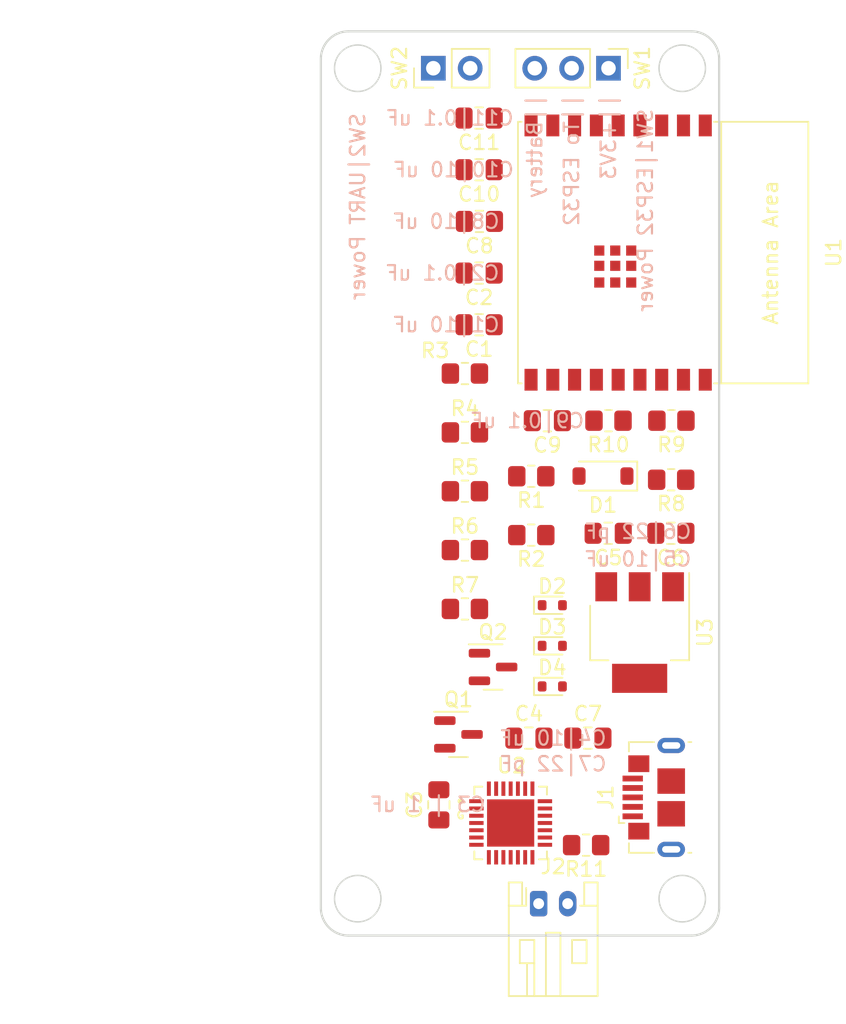
<source format=kicad_pcb>
(kicad_pcb (version 20221018) (generator pcbnew)
  (layers (0 "F.Cu" signal) (31 "B.Cu" signal) (34 "B.Paste" user) (35 "F.Paste" user) (36 "B.SilkS" user "B.Silkscreen") (37 "F.SilkS" user "F.Silkscreen") (38 "B.Mask" user) (39 "F.Mask" user) (44 "Edge.Cuts" user))
  (net 0 "")
  (net 1 "GND")
  (net 2 "+3V3")
  (net 3 "Net-(Q1-C)")
  (net 4 "Net-(D1-A)")
  (net 5 "Net-(U2-GPIO.0{slash}TXT)")
  (net 6 "Net-(U2-GPIO.1{slash}RXT)")
  (net 7 "+5V")
  (net 8 "Net-(D3-A)")
  (net 9 "Net-(D4-A)")
  (net 12 "Net-(Q1-B)")
  (net 13 "Net-(Q1-E)")
  (net 14 "Net-(Q2-B)")
  (net 15 "Net-(Q2-E)")
  (net 16 "Net-(Q2-C)")
  (net 17 "Net-(U1-GPIO8)")
  (net 18 "Net-(U2-~{RST})")
  (net 19 "Net-(U2-~{SUSPEND})")
  (net 20 "Net-(U1-GPIO19{slash}USB_D+)")
  (net 21 "Net-(U1-GPIO18{slash}USB_D-)")
  (net 24 "PowerToESP32")
  (net 25 "Net-(J2-Pin_2)")
  (net 51 "SDA")
  (net 52 "SCL")
  (net 53 "Net-(U2-VDD)")
  (footprint "Capacitor_SMD:C_0805_2012Metric_Pad1.18x1.45mm_HandSolder" (layer "F.Cu") (at 88.8785 57.404 180)
    (fp_text reference "C11" (at 0 -1.68) (layer "F.SilkS"))
    (fp_text value "0.1 uF")
    (fp_line (start -0.261252 -0.735) (end 0.261252 -0.735) (stroke (width 0.12)) (layer "F.SilkS"))
    (fp_line (start -0.261252 0.735) (end 0.261252 0.735) (stroke (width 0.12)) (layer "F.SilkS"))
    (pad "1" smd roundrect (at -1.0375 0 180) (size 1.175 1.45) (layers "F.Cu" "F.Paste" "F.Mask") (roundrect_rratio 0.212766) (net 2 "+3V3"))
    (pad "2" smd roundrect (at 1.0375 0 180) (size 1.175 1.45) (layers "F.Cu" "F.Paste" "F.Mask") (roundrect_rratio 0.212766) (net 1 "GND"))
  )
  (footprint "Package_TO_SOT_SMD:SOT-23" (layer "F.Cu") (at 89.8375 95.184)
    (fp_text reference "Q2" (at 0 -2.4) (layer "F.SilkS"))
    (fp_text value "BC818")
    (fp_line (start 0 -1.56) (end -1.675 -1.56) (stroke (width 0.12)) (layer "F.SilkS"))
    (fp_line (start 0 -1.56) (end 0.65 -1.56) (stroke (width 0.12)) (layer "F.SilkS"))
    (fp_line (start 0 1.56) (end -0.65 1.56) (stroke (width 0.12)) (layer "F.SilkS"))
    (fp_line (start 0 1.56) (end 0.65 1.56) (stroke (width 0.12)) (layer "F.SilkS"))
    (pad "1" smd roundrect (at -0.9375 -0.95) (size 1.475 0.6) (layers "F.Cu" "F.Paste" "F.Mask") (net 14 "Net-(Q2-B)"))
    (pad "2" smd roundrect (at -0.9375 0.95) (size 1.475 0.6) (layers "F.Cu" "F.Paste" "F.Mask") (net 15 "Net-(Q2-E)"))
    (pad "3" smd roundrect (at 0.9375 0) (size 1.475 0.6) (layers "F.Cu" "F.Paste" "F.Mask") (net 16 "Net-(Q2-C)"))
  )
  (footprint "Resistor_SMD:R_0805_2012Metric_Pad1.20x1.40mm_HandSolder" (layer "F.Cu") (at 87.9 79.036)
    (fp_text reference "R4" (at 0 -1.65) (layer "F.SilkS"))
    (fp_text value "1k")
    (fp_line (start -0.227064 -0.735) (end 0.227064 -0.735) (stroke (width 0.12)) (layer "F.SilkS"))
    (fp_line (start -0.227064 0.735) (end 0.227064 0.735) (stroke (width 0.12)) (layer "F.SilkS"))
    (pad "1" smd roundrect (at -1 0) (size 1.2 1.4) (layers "F.Cu" "F.Paste" "F.Mask") (roundrect_rratio 0.208333) (net 53 "Net-(U2-VDD)"))
    (pad "2" smd roundrect (at 1 0) (size 1.2 1.4) (layers "F.Cu" "F.Paste" "F.Mask") (roundrect_rratio 0.208333) (net 18 "Net-(U2-~{RST})"))
  )
  (footprint "Resistor_SMD:R_0805_2012Metric_Pad1.20x1.40mm_HandSolder" (layer "F.Cu") (at 92.472 86.106 180)
    (fp_text reference "R2" (at 0 -1.65) (layer "F.SilkS"))
    (fp_text value "10k")
    (fp_line (start -0.227064 -0.735) (end 0.227064 -0.735) (stroke (width 0.12)) (layer "F.SilkS"))
    (fp_line (start -0.227064 0.735) (end 0.227064 0.735) (stroke (width 0.12)) (layer "F.SilkS"))
    (pad "1" smd roundrect (at -1 0 180) (size 1.2 1.4) (layers "F.Cu" "F.Paste" "F.Mask") (roundrect_rratio 0.208333) (net 17 "Net-(U1-GPIO8)"))
    (pad "2" smd roundrect (at 1 0 180) (size 1.2 1.4) (layers "F.Cu" "F.Paste" "F.Mask") (roundrect_rratio 0.208333) (net 2 "+3V3"))
  )
  (footprint "Connector_PinHeader_2.54mm:PinHeader_1x03_P2.54mm_Vertical" (layer "F.Cu") (at 97.79 53.975 -90)
    (fp_text reference "SW1" (at 0 -2.33 90) (layer "F.SilkS"))
    (fp_text value "SW_DPDT_x2")
    (fp_line (start -1.33 -1.33) (end 0 -1.33) (stroke (width 0.12)) (layer "F.SilkS"))
    (fp_line (start -1.33 0) (end -1.33 -1.33) (stroke (width 0.12)) (layer "F.SilkS"))
    (fp_line (start -1.33 1.27) (end -1.33 6.41) (stroke (width 0.12)) (layer "F.SilkS"))
    (fp_line (start -1.33 1.27) (end 1.33 1.27) (stroke (width 0.12)) (layer "F.SilkS"))
    (fp_line (start -1.33 6.41) (end 1.33 6.41) (stroke (width 0.12)) (layer "F.SilkS"))
    (fp_line (start 1.33 1.27) (end 1.33 6.41) (stroke (width 0.12)) (layer "F.SilkS"))
    (pad "1" thru_hole rect (at 0 0 270) (size 1.7 1.7) (drill 1) (layers "*.Cu" "*.Mask") (net 2 "+3V3"))
    (pad "2" thru_hole oval (at 0 2.54 270) (size 1.7 1.7) (drill 1) (layers "*.Cu" "*.Mask") (net 24 "PowerToESP32"))
    (pad "3" thru_hole oval (at 0 5.08 270) (size 1.7 1.7) (drill 1) (layers "*.Cu" "*.Mask") (net 25 "Net-(J2-Pin_2)"))
  )
  (footprint "Connector_JST:JST_PH_S2B-PH-K_1x02_P2.00mm_Horizontal" (layer "F.Cu") (at 92.98 111.469)
    (fp_text reference "J2" (at 1 -2.55) (layer "F.SilkS"))
    (fp_text value "Battery_Connector")
    (fp_line (start -2.06 -1.46) (end -2.06 6.36) (stroke (width 0.12)) (layer "F.SilkS"))
    (fp_line (start -2.06 0.14) (end -1.14 0.14) (stroke (width 0.12)) (layer "F.SilkS"))
    (fp_line (start -2.06 6.36) (end 4.06 6.36) (stroke (width 0.12)) (layer "F.SilkS"))
    (fp_line (start -1.3 2.5) (end -1.3 4.1) (stroke (width 0.12)) (layer "F.SilkS"))
    (fp_line (start -1.3 4.1) (end -0.3 4.1) (stroke (width 0.12)) (layer "F.SilkS"))
    (fp_line (start -1.14 -1.46) (end -2.06 -1.46) (stroke (width 0.12)) (layer "F.SilkS"))
    (fp_line (start -1.14 0.14) (end -1.14 -1.46) (stroke (width 0.12)) (layer "F.SilkS"))
    (fp_line (start -0.86 0.14) (end -1.14 0.14) (stroke (width 0.12)) (layer "F.SilkS"))
    (fp_line (start -0.86 0.14) (end -0.86 -1.075) (stroke (width 0.12)) (layer "F.SilkS"))
    (fp_line (start -0.8 4.1) (end -0.8 6.36) (stroke (width 0.12)) (layer "F.SilkS"))
    (fp_line (start -0.3 2.5) (end -1.3 2.5) (stroke (width 0.12)) (layer "F.SilkS"))
    (fp_line (start -0.3 4.1) (end -0.3 2.5) (stroke (width 0.12)) (layer "F.SilkS"))
    (fp_line (start -0.3 4.1) (end -0.3 6.36) (stroke (width 0.12)) (layer "F.SilkS"))
    (fp_line (start 0.5 2) (end 1.5 2) (stroke (width 0.12)) (layer "F.SilkS"))
    (fp_line (start 0.5 6.36) (end 0.5 2) (stroke (width 0.12)) (layer "F.SilkS"))
    (fp_line (start 1.5 2) (end 1.5 6.36) (stroke (width 0.12)) (layer "F.SilkS"))
    (fp_line (start 2.3 2.5) (end 3.3 2.5) (stroke (width 0.12)) (layer "F.SilkS"))
    (fp_line (start 2.3 4.1) (end 2.3 2.5) (stroke (width 0.12)) (layer "F.SilkS"))
    (fp_line (start 3.14 -1.46) (end 3.14 0.14) (stroke (width 0.12)) (layer "F.SilkS"))
    (fp_line (start 3.14 0.14) (end 2.86 0.14) (stroke (width 0.12)) (layer "F.SilkS"))
    (fp_line (start 3.3 2.5) (end 3.3 4.1) (stroke (width 0.12)) (layer "F.SilkS"))
    (fp_line (start 3.3 4.1) (end 2.3 4.1) (stroke (width 0.12)) (layer "F.SilkS"))
    (fp_line (start 4.06 -1.46) (end 3.14 -1.46) (stroke (width 0.12)) (layer "F.SilkS"))
    (fp_line (start 4.06 0.14) (end 3.14 0.14) (stroke (width 0.12)) (layer "F.SilkS"))
    (fp_line (start 4.06 6.36) (end 4.06 -1.46) (stroke (width 0.12)) (layer "F.SilkS"))
    (pad "1" thru_hole roundrect (at 0 0) (size 1.2 1.75) (drill 0.75) (layers "*.Cu" "*.Mask") (roundrect_rratio 0.208333) (net 1 "GND"))
    (pad "2" thru_hole oval (at 2 0) (size 1.2 1.75) (drill 0.75) (layers "*.Cu" "*.Mask") (net 25 "Net-(J2-Pin_2)"))
  )
  (footprint "Capacitor_SMD:C_0805_2012Metric_Pad1.18x1.45mm_HandSolder" (layer "F.Cu") (at 88.8785 68.072 180)
    (fp_text reference "C2" (at 0 -1.68) (layer "F.SilkS"))
    (fp_text value "0.1 uF")
    (fp_line (start -0.261252 -0.735) (end 0.261252 -0.735) (stroke (width 0.12)) (layer "F.SilkS"))
    (fp_line (start -0.261252 0.735) (end 0.261252 0.735) (stroke (width 0.12)) (layer "F.SilkS"))
    (pad "1" smd roundrect (at -1.0375 0 180) (size 1.175 1.45) (layers "F.Cu" "F.Paste" "F.Mask") (roundrect_rratio 0.212766) (net 1 "GND"))
    (pad "2" smd roundrect (at 1.0375 0 180) (size 1.175 1.45) (layers "F.Cu" "F.Paste" "F.Mask") (roundrect_rratio 0.212766) (net 24 "PowerToESP32"))
  )
  (footprint "Capacitor_SMD:C_0805_2012Metric_Pad1.18x1.45mm_HandSolder" (layer "F.Cu") (at 88.8785 71.628 180)
    (fp_text reference "C1" (at 0 -1.68 180) (layer "F.SilkS"))
    (fp_text value "10 uF")
    (fp_line (start -0.261252 -0.735) (end 0.261252 -0.735) (stroke (width 0.12)) (layer "F.SilkS"))
    (fp_line (start -0.261252 0.735) (end 0.261252 0.735) (stroke (width 0.12)) (layer "F.SilkS"))
    (pad "1" smd roundrect (at -1.0375 0 180) (size 1.175 1.45) (layers "F.Cu" "F.Paste" "F.Mask") (roundrect_rratio 0.212766) (net 1 "GND"))
    (pad "2" smd roundrect (at 1.0375 0 180) (size 1.175 1.45) (layers "F.Cu" "F.Paste" "F.Mask") (roundrect_rratio 0.212766) (net 24 "PowerToESP32"))
  )
  (footprint "Diode_SMD:D_SOD-523" (layer "F.Cu") (at 93.918 96.52)
    (fp_text reference "D4" (at 0 -1.3) (layer "F.SilkS"))
    (fp_text value "1N914WT")
    (fp_line (start -1.26 -0.6) (end -1.26 0.6) (stroke (width 0.12)) (layer "F.SilkS"))
    (fp_line (start 0.7 -0.6) (end -1.26 -0.6) (stroke (width 0.12)) (layer "F.SilkS"))
    (fp_line (start 0.7 0.6) (end -1.26 0.6) (stroke (width 0.12)) (layer "F.SilkS"))
    (pad "1" smd roundrect (at -0.7 0 180) (size 0.6 0.7) (layers "F.Cu" "F.Paste" "F.Mask") (net 1 "GND"))
    (pad "2" smd roundrect (at 0.7 0 180) (size 0.6 0.7) (layers "F.Cu" "F.Paste" "F.Mask") (net 9 "Net-(D4-A)"))
  )
  (footprint "Resistor_SMD:R_0805_2012Metric_Pad1.20x1.40mm_HandSolder" (layer "F.Cu") (at 102.108 82.296 180)
    (fp_text reference "R8" (at 0 -1.65) (layer "F.SilkS"))
    (fp_text value "0")
    (fp_line (start -0.227064 -0.735) (end 0.227064 -0.735) (stroke (width 0.12)) (layer "F.SilkS"))
    (fp_line (start -0.227064 0.735) (end 0.227064 0.735) (stroke (width 0.12)) (layer "F.SilkS"))
    (pad "1" smd roundrect (at -1 0 180) (size 1.2 1.4) (layers "F.Cu" "F.Paste" "F.Mask") (roundrect_rratio 0.208333) (net 8 "Net-(D3-A)"))
    (pad "2" smd roundrect (at 1 0 180) (size 1.2 1.4) (layers "F.Cu" "F.Paste" "F.Mask") (roundrect_rratio 0.208333) (net 5 "Net-(U2-GPIO.0{slash}TXT)"))
  )
  (footprint "Package_TO_SOT_SMD:SOT-23" (layer "F.Cu") (at 87.4545 99.822)
    (fp_text reference "Q1" (at 0 -2.4) (layer "F.SilkS"))
    (fp_text value "BC818")
    (fp_line (start 0 -1.56) (end -1.675 -1.56) (stroke (width 0.12)) (layer "F.SilkS"))
    (fp_line (start 0 -1.56) (end 0.65 -1.56) (stroke (width 0.12)) (layer "F.SilkS"))
    (fp_line (start 0 1.56) (end -0.65 1.56) (stroke (width 0.12)) (layer "F.SilkS"))
    (fp_line (start 0 1.56) (end 0.65 1.56) (stroke (width 0.12)) (layer "F.SilkS"))
    (pad "1" smd roundrect (at -0.9375 -0.95) (size 1.475 0.6) (layers "F.Cu" "F.Paste" "F.Mask") (net 12 "Net-(Q1-B)"))
    (pad "2" smd roundrect (at -0.9375 0.95) (size 1.475 0.6) (layers "F.Cu" "F.Paste" "F.Mask") (net 13 "Net-(Q1-E)"))
    (pad "3" smd roundrect (at 0.9375 0) (size 1.475 0.6) (layers "F.Cu" "F.Paste" "F.Mask") (net 3 "Net-(Q1-C)"))
  )
  (footprint "Capacitor_SMD:C_0805_2012Metric_Pad1.18x1.45mm_HandSolder" (layer "F.Cu") (at 92.3075 100.076)
    (fp_text reference "C4" (at 0 -1.68) (layer "F.SilkS"))
    (fp_text value "10 uF")
    (fp_line (start -0.261252 -0.735) (end 0.261252 -0.735) (stroke (width 0.12)) (layer "F.SilkS"))
    (fp_line (start -0.261252 0.735) (end 0.261252 0.735) (stroke (width 0.12)) (layer "F.SilkS"))
    (pad "1" smd roundrect (at -1.0375 0) (size 1.175 1.45) (layers "F.Cu" "F.Paste" "F.Mask") (roundrect_rratio 0.212766) (net 53 "Net-(U2-VDD)"))
    (pad "2" smd roundrect (at 1.0375 0) (size 1.175 1.45) (layers "F.Cu" "F.Paste" "F.Mask") (roundrect_rratio 0.212766) (net 1 "GND"))
  )
  (footprint "Resistor_SMD:R_0805_2012Metric_Pad1.20x1.40mm_HandSolder" (layer "F.Cu") (at 97.79 78.232 180)
    (fp_text reference "R10" (at 0 -1.65) (layer "F.SilkS"))
    (fp_text value "0")
    (fp_line (start -0.227064 -0.735) (end 0.227064 -0.735) (stroke (width 0.12)) (layer "F.SilkS"))
    (fp_line (start -0.227064 0.735) (end 0.227064 0.735) (stroke (width 0.12)) (layer "F.SilkS"))
    (pad "1" smd roundrect (at -1 0 180) (size 1.2 1.4) (layers "F.Cu" "F.Paste" "F.Mask") (roundrect_rratio 0.208333) (net 9 "Net-(D4-A)"))
    (pad "2" smd roundrect (at 1 0 180) (size 1.2 1.4) (layers "F.Cu" "F.Paste" "F.Mask") (roundrect_rratio 0.208333) (net 21 "Net-(U1-GPIO18{slash}USB_D-)"))
  )
  (footprint "Connector_USB:USB_Micro-B_GCT_USB3076-30-A" (layer "F.Cu") (at 100.908 104.159 90)
    (fp_text reference "J1" (at 0 -3.3 90) (layer "F.SilkS"))
    (fp_text value "USB_B_Micro")
    (fp_line (start -3.81 -1.71) (end -3.15 -1.71) (stroke (width 0.12)) (layer "F.SilkS"))
    (fp_line (start -3.81 0.02) (end -3.81 -1.71) (stroke (width 0.12)) (layer "F.SilkS"))
    (fp_line (start -3.81 2.59) (end -3.81 2.38) (stroke (width 0.12)) (layer "F.SilkS"))
    (fp_line (start -1.76 -2.41) (end -1.76 -2.02) (stroke (width 0.12)) (layer "F.SilkS"))
    (fp_line (start -1.76 -2.41) (end -1.31 -2.41) (stroke (width 0.12)) (layer "F.SilkS"))
    (fp_line (start 3.81 -1.71) (end 3.16 -1.71) (stroke (width 0.12)) (layer "F.SilkS"))
    (fp_line (start 3.81 0.02) (end 3.81 -1.71) (stroke (width 0.12)) (layer "F.SilkS"))
    (fp_line (start 3.81 2.59) (end 3.81 2.38) (stroke (width 0.12)) (layer "F.SilkS"))
    (pad "1" smd rect (at -1.3 -1.45 90) (size 0.4 1.4) (layers "F.Cu" "F.Paste" "F.Mask") (net 4 "Net-(D1-A)"))
    (pad "2" smd rect (at -0.65 -1.45 90) (size 0.4 1.4) (layers "F.Cu" "F.Paste" "F.Mask") (net 9 "Net-(D4-A)"))
    (pad "3" smd rect (at 0 -1.45 90) (size 0.4 1.4) (layers "F.Cu" "F.Paste" "F.Mask") (net 8 "Net-(D3-A)"))
    (pad "4" smd rect (at 0.65 -1.45 90) (size 0.4 1.4) (layers "F.Cu" "F.Paste" "F.Mask"))
    (pad "5" smd rect (at 1.3 -1.45 90) (size 0.4 1.4) (layers "F.Cu" "F.Paste" "F.Mask") (net 1 "GND"))
    (pad "6" thru_hole oval (at -3.575 1.2 270) (size 1.05 1.9) (drill oval 0.45 1.25) (layers "*.Cu" "*.Mask"))
    (pad "6" smd rect (at -2.32 -1.03 90) (size 1.15 1.45) (layers "F.Cu" "F.Paste" "F.Mask"))
    (pad "6" smd rect (at -1.125 1.2 90) (size 1.75 1.9) (layers "F.Cu" "F.Paste" "F.Mask"))
    (pad "6" smd rect (at 1.125 1.2 90) (size 1.75 1.9) (layers "F.Cu" "F.Paste" "F.Mask"))
    (pad "6" smd rect (at 2.32 -1.03 90) (size 1.15 1.45) (layers "F.Cu" "F.Paste" "F.Mask"))
    (pad "6" thru_hole oval (at 3.575 1.2 90) (size 1.05 1.9) (drill oval 0.45 1.25) (layers "*.Cu" "*.Mask"))
  )
  (footprint "Resistor_SMD:R_0805_2012Metric_Pad1.20x1.40mm_HandSolder" (layer "F.Cu") (at 87.9 91.186)
    (fp_text reference "R7" (at 0 -1.65) (layer "F.SilkS"))
    (fp_text value "10k")
    (fp_line (start -0.227064 -0.735) (end 0.227064 -0.735) (stroke (width 0.12)) (layer "F.SilkS"))
    (fp_line (start -0.227064 0.735) (end 0.227064 0.735) (stroke (width 0.12)) (layer "F.SilkS"))
    (pad "1" smd roundrect (at -1 0) (size 1.2 1.4) (layers "F.Cu" "F.Paste" "F.Mask") (roundrect_rratio 0.208333) (net 14 "Net-(Q2-B)"))
    (pad "2" smd roundrect (at 1 0) (size 1.2 1.4) (layers "F.Cu" "F.Paste" "F.Mask") (roundrect_rratio 0.208333) (net 13 "Net-(Q1-E)"))
  )
  (footprint "Package_TO_SOT_SMD:SOT-223-3_TabPin2" (layer "F.Cu") (at 99.935 92.812 -90)
    (fp_text reference "U3" (at 0 -4.5 90) (layer "F.SilkS"))
    (fp_text value "LD1117S33TR_SOT223")
    (fp_line (start -4.1 -3.41) (end 1.91 -3.41) (stroke (width 0.12)) (layer "F.SilkS"))
    (fp_line (start -1.85 3.41) (end 1.91 3.41) (stroke (width 0.12)) (layer "F.SilkS"))
    (fp_line (start 1.91 -3.41) (end 1.91 -2.15) (stroke (width 0.12)) (layer "F.SilkS"))
    (fp_line (start 1.91 3.41) (end 1.91 2.15) (stroke (width 0.12)) (layer "F.SilkS"))
    (pad "1" smd rect (at -3.15 -2.3 270) (size 2 1.5) (layers "F.Cu" "F.Paste" "F.Mask") (net 1 "GND"))
    (pad "2" smd rect (at -3.15 0 270) (size 2 1.5) (layers "F.Cu" "F.Paste" "F.Mask") (net 2 "+3V3"))
    (pad "2" smd rect (at 3.15 0 270) (size 2 3.8) (layers "F.Cu" "F.Paste" "F.Mask") (net 2 "+3V3"))
    (pad "3" smd rect (at -3.15 2.3 270) (size 2 1.5) (layers "F.Cu" "F.Paste" "F.Mask") (net 7 "+5V"))
  )
  (footprint "Connector_PinHeader_2.54mm:PinHeader_1x02_P2.54mm_Vertical" (layer "F.Cu") (at 85.725 53.975 90)
    (fp_text reference "SW2" (at 0 -2.33 90) (layer "F.SilkS"))
    (fp_text value "SW_DIP_x01")
    (fp_line (start -1.33 -1.33) (end 0 -1.33) (stroke (width 0.12)) (layer "F.SilkS"))
    (fp_line (start -1.33 0) (end -1.33 -1.33) (stroke (width 0.12)) (layer "F.SilkS"))
    (fp_line (start -1.33 1.27) (end -1.33 3.87) (stroke (width 0.12)) (layer "F.SilkS"))
    (fp_line (start -1.33 1.27) (end 1.33 1.27) (stroke (width 0.12)) (layer "F.SilkS"))
    (fp_line (start -1.33 3.87) (end 1.33 3.87) (stroke (width 0.12)) (layer "F.SilkS"))
    (fp_line (start 1.33 1.27) (end 1.33 3.87) (stroke (width 0.12)) (layer "F.SilkS"))
    (pad "1" thru_hole rect (at 0 0 90) (size 1.7 1.7) (drill 1) (layers "*.Cu" "*.Mask") (net 53 "Net-(U2-VDD)"))
    (pad "2" thru_hole oval (at 0 2.54 90) (size 1.7 1.7) (drill 1) (layers "*.Cu" "*.Mask") (net 2 "+3V3"))
  )
  (footprint "Resistor_SMD:R_0805_2012Metric_Pad1.20x1.40mm_HandSolder" (layer "F.Cu") (at 87.9 74.986)
    (fp_text reference "R3" (at -2.048 -1.58) (layer "F.SilkS"))
    (fp_text value "47.5k")
    (fp_line (start -0.227064 -0.735) (end 0.227064 -0.735) (stroke (width 0.12)) (layer "F.SilkS"))
    (fp_line (start -0.227064 0.735) (end 0.227064 0.735) (stroke (width 0.12)) (layer "F.SilkS"))
    (pad "1" smd roundrect (at -1 0) (size 1.2 1.4) (layers "F.Cu" "F.Paste" "F.Mask") (roundrect_rratio 0.208333) (net 4 "Net-(D1-A)"))
    (pad "2" smd roundrect (at 1 0) (size 1.2 1.4) (layers "F.Cu" "F.Paste" "F.Mask") (roundrect_rratio 0.208333) (net 1 "GND"))
  )
  (footprint "Resistor_SMD:R_0805_2012Metric_Pad1.20x1.40mm_HandSolder" (layer "F.Cu") (at 92.472 82.056 180)
    (fp_text reference "R1" (at 0 -1.65) (layer "F.SilkS"))
    (fp_text value "10k")
    (fp_line (start -0.227064 -0.735) (end 0.227064 -0.735) (stroke (width 0.12)) (layer "F.SilkS"))
    (fp_line (start -0.227064 0.735) (end 0.227064 0.735) (stroke (width 0.12)) (layer "F.SilkS"))
    (pad "1" smd roundrect (at -1 0 180) (size 1.2 1.4) (layers "F.Cu" "F.Paste" "F.Mask") (roundrect_rratio 0.208333) (net 24 "PowerToESP32"))
    (pad "2" smd roundrect (at 1 0 180) (size 1.2 1.4) (layers "F.Cu" "F.Paste" "F.Mask") (roundrect_rratio 0.208333) (net 3 "Net-(Q1-C)"))
  )
  (footprint "Capacitor_SMD:C_0805_2012Metric_Pad1.18x1.45mm_HandSolder" (layer "F.Cu") (at 97.7685 85.979 180)
    (fp_text reference "C5" (at 0 -1.68) (layer "F.SilkS"))
    (fp_text value "1 uF")
    (fp_line (start -0.261252 -0.735) (end 0.261252 -0.735) (stroke (width 0.12)) (layer "F.SilkS"))
    (fp_line (start -0.261252 0.735) (end 0.261252 0.735) (stroke (width 0.12)) (layer "F.SilkS"))
    (pad "1" smd roundrect (at -1.0375 0 180) (size 1.175 1.45) (layers "F.Cu" "F.Paste" "F.Mask") (roundrect_rratio 0.212766) (net 4 "Net-(D1-A)"))
    (pad "2" smd roundrect (at 1.0375 0 180) (size 1.175 1.45) (layers "F.Cu" "F.Paste" "F.Mask") (roundrect_rratio 0.212766) (net 1 "GND"))
  )
  (footprint "espressif kicad-libraries main footprints-Espressif:ESP32-C3-WROOM-02" (layer "F.Cu") (at 98.555 66.662 -90)
    (fp_text reference "U1" (at 0 -14.75 90) (layer "F.SilkS"))
    (fp_text value "ESP32-C3-WROOM-02")
    (fp_text user "Antenna Area" (at 0 -10.4 90) (layer "F.SilkS"))
    (fp_line (start -9 -13) (end -9 -6.5) (stroke (width 0.12)) (layer "F.SilkS"))
    (fp_line (start -9 -13) (end 9 -13) (stroke (width 0.12)) (layer "F.SilkS"))
    (fp_line (start -9 7) (end -9 6.75) (stroke (width 0.12)) (layer "F.SilkS"))
    (fp_line (start 9 -13) (end 9 -6.5) (stroke (width 0.12)) (layer "F.SilkS"))
    (fp_line (start 9 -7) (end -8.95 -7) (stroke (width 0.12)) (layer "F.SilkS"))
    (fp_line (start 9 6.75) (end 9 7) (stroke (width 0.12)) (layer "F.SilkS"))
    (fp_line (start 9 7) (end -9 7) (stroke (width 0.12)) (layer "F.SilkS"))
    (pad "1" smd rect (at -8.75 -5.9 270) (size 1.5 0.9) (layers "F.Cu" "F.Paste" "F.Mask") (net 24 "PowerToESP32"))
    (pad "2" smd rect (at -8.75 -4.4 270) (size 1.5 0.9) (layers "F.Cu" "F.Paste" "F.Mask") (net 3 "Net-(Q1-C)"))
    (pad "3" smd rect (at -8.75 -2.9 270) (size 1.5 0.9) (layers "F.Cu" "F.Paste" "F.Mask"))
    (pad "4" smd rect (at -8.75 -1.4 270) (size 1.5 0.9) (layers "F.Cu" "F.Paste" "F.Mask"))
    (pad "5" smd rect (at -8.75 0.1 270) (size 1.5 0.9) (layers "F.Cu" "F.Paste" "F.Mask") (net 51 "SDA"))
    (pad "6" smd rect (at -8.75 1.6 270) (size 1.5 0.9) (layers "F.Cu" "F.Paste" "F.Mask") (net 52 "SCL"))
    (pad "7" smd rect (at -8.75 3.1 270) (size 1.5 0.9) (layers "F.Cu" "F.Paste" "F.Mask") (net 17 "Net-(U1-GPIO8)"))
    (pad "8" smd rect (at -8.75 4.6 270) (size 1.5 0.9) (layers "F.Cu" "F.Paste" "F.Mask") (net 16 "Net-(Q2-C)"))
    (pad "9" smd rect (at -8.75 6.1 270) (size 1.5 0.9) (layers "F.Cu" "F.Paste" "F.Mask") (net 1 "GND"))
    (pad "10" smd rect (at 8.75 6.1 90) (size 1.5 0.9) (layers "F.Cu" "F.Paste" "F.Mask"))
    (pad "11" smd rect (at 8.75 4.6 90) (size 1.5 0.9) (layers "F.Cu" "F.Paste" "F.Mask"))
    (pad "12" smd rect (at 8.75 3.1 90) (size 1.5 0.9) (layers "F.Cu" "F.Paste" "F.Mask"))
    (pad "13" smd rect (at 8.75 1.6 90) (size 1.5 0.9) (layers "F.Cu" "F.Paste" "F.Mask") (net 21 "Net-(U1-GPIO18{slash}USB_D-)"))
    (pad "14" smd rect (at 8.75 0.1 90) (size 1.5 0.9) (layers "F.Cu" "F.Paste" "F.Mask") (net 20 "Net-(U1-GPIO19{slash}USB_D+)"))
    (pad "15" smd rect (at 8.75 -1.4 90) (size 1.5 0.9) (layers "F.Cu" "F.Paste" "F.Mask"))
    (pad "16" smd rect (at 8.75 -2.9 90) (size 1.5 0.9) (layers "F.Cu" "F.Paste" "F.Mask"))
    (pad "17" smd rect (at 8.75 -4.4 90) (size 1.5 0.9) (layers "F.Cu" "F.Paste" "F.Mask"))
    (pad "18" smd rect (at 8.75 -5.9 90) (size 1.5 0.9) (layers "F.Cu" "F.Paste" "F.Mask"))
    (pad "19" smd rect (at -0.14 -0.8 90) (size 0.7 0.7) (layers "F.Cu" "F.Paste" "F.Mask") (net 1 "GND"))
    (pad "19" smd rect (at -0.14 0.3 90) (size 0.7 0.7) (layers "F.Cu" "F.Paste" "F.Mask") (net 1 "GND"))
    (pad "19" smd rect (at -0.14 1.4 90) (size 0.7 0.7) (layers "F.Cu" "F.Paste" "F.Mask") (net 1 "GND"))
    (pad "19" smd rect (at 0.91 -0.8 90) (size 0.7 0.7) (layers "F.Cu" "F.Paste" "F.Mask") (net 1 "GND"))
    (pad "19" smd rect (at 0.91 0.3 90) (size 0.7 0.7) (layers "F.Cu" "F.Paste" "F.Mask") (net 1 "GND"))
    (pad "19" smd rect (at 0.91 1.4 90) (size 0.7 0.7) (layers "F.Cu" "F.Paste" "F.Mask") (net 1 "GND"))
    (pad "19" smd rect (at 2.06 -0.8 90) (size 0.7 0.7) (layers "F.Cu" "F.Paste" "F.Mask") (net 1 "GND"))
    (pad "19" smd rect (at 2.06 0.3 90) (size 0.7 0.7) (layers "F.Cu" "F.Paste" "F.Mask") (net 1 "GND"))
    (pad "19" smd rect (at 2.06 1.4 90) (size 0.7 0.7) (layers "F.Cu" "F.Paste" "F.Mask") (net 1 "GND"))
  )
  (footprint "Resistor_SMD:R_0805_2012Metric_Pad1.20x1.40mm_HandSolder" (layer "F.Cu") (at 87.9 87.136)
    (fp_text reference "R6" (at 0 -1.65) (layer "F.SilkS"))
    (fp_text value "10k")
    (fp_line (start -0.227064 -0.735) (end 0.227064 -0.735) (stroke (width 0.12)) (layer "F.SilkS"))
    (fp_line (start -0.227064 0.735) (end 0.227064 0.735) (stroke (width 0.12)) (layer "F.SilkS"))
    (pad "1" smd roundrect (at -1 0) (size 1.2 1.4) (layers "F.Cu" "F.Paste" "F.Mask") (roundrect_rratio 0.208333) (net 15 "Net-(Q2-E)"))
    (pad "2" smd roundrect (at 1 0) (size 1.2 1.4) (layers "F.Cu" "F.Paste" "F.Mask") (roundrect_rratio 0.208333) (net 12 "Net-(Q1-B)"))
  )
  (footprint "Capacitor_SMD:C_0805_2012Metric_Pad1.18x1.45mm_HandSolder" (layer "F.Cu") (at 102.0865 85.979 180)
    (fp_text reference "C6" (at 0 -1.68 180) (layer "F.SilkS"))
    (fp_text value "22 pF")
    (fp_line (start -0.261252 -0.735) (end 0.261252 -0.735) (stroke (width 0.12)) (layer "F.SilkS"))
    (fp_line (start -0.261252 0.735) (end 0.261252 0.735) (stroke (width 0.12)) (layer "F.SilkS"))
    (pad "1" smd roundrect (at -1.0375 0 180) (size 1.175 1.45) (layers "F.Cu" "F.Paste" "F.Mask") (roundrect_rratio 0.212766) (net 5 "Net-(U2-GPIO.0{slash}TXT)"))
    (pad "2" smd roundrect (at 1.0375 0 180) (size 1.175 1.45) (layers "F.Cu" "F.Paste" "F.Mask") (roundrect_rratio 0.212766) (net 1 "GND"))
  )
  (footprint "Resistor_SMD:R_0805_2012Metric_Pad1.20x1.40mm_HandSolder" (layer "F.Cu") (at 87.9 83.086)
    (fp_text reference "R5" (at 0 -1.65) (layer "F.SilkS"))
    (fp_text value "10k")
    (fp_line (start -0.227064 -0.735) (end 0.227064 -0.735) (stroke (width 0.12)) (layer "F.SilkS"))
    (fp_line (start -0.227064 0.735) (end 0.227064 0.735) (stroke (width 0.12)) (layer "F.SilkS"))
    (pad "1" smd roundrect (at -1 0) (size 1.2 1.4) (layers "F.Cu" "F.Paste" "F.Mask") (roundrect_rratio 0.208333) (net 19 "Net-(U2-~{SUSPEND})"))
    (pad "2" smd roundrect (at 1 0) (size 1.2 1.4) (layers "F.Cu" "F.Paste" "F.Mask") (roundrect_rratio 0.208333) (net 1 "GND"))
  )
  (footprint "Resistor_SMD:R_0805_2012Metric_Pad1.20x1.40mm_HandSolder" (layer "F.Cu") (at 102.124 78.232 180)
    (fp_text reference "R9" (at 0 -1.65) (layer "F.SilkS"))
    (fp_text value "0")
    (fp_line (start -0.227064 -0.735) (end 0.227064 -0.735) (stroke (width 0.12)) (layer "F.SilkS"))
    (fp_line (start -0.227064 0.735) (end 0.227064 0.735) (stroke (width 0.12)) (layer "F.SilkS"))
    (pad "1" smd roundrect (at -1 0 180) (size 1.2 1.4) (layers "F.Cu" "F.Paste" "F.Mask") (roundrect_rratio 0.208333) (net 8 "Net-(D3-A)"))
    (pad "2" smd roundrect (at 1 0 180) (size 1.2 1.4) (layers "F.Cu" "F.Paste" "F.Mask") (roundrect_rratio 0.208333) (net 20 "Net-(U1-GPIO19{slash}USB_D+)"))
  )
  (footprint "Diode_SMD:D_SOD-523" (layer "F.Cu") (at 93.918 93.726)
    (fp_text reference "D3" (at 0 -1.3) (layer "F.SilkS"))
    (fp_text value "1N914WT")
    (fp_line (start -1.26 -0.6) (end -1.26 0.6) (stroke (width 0.12)) (layer "F.SilkS"))
    (fp_line (start 0.7 -0.6) (end -1.26 -0.6) (stroke (width 0.12)) (layer "F.SilkS"))
    (fp_line (start 0.7 0.6) (end -1.26 0.6) (stroke (width 0.12)) (layer "F.SilkS"))
    (pad "1" smd roundrect (at -0.7 0 180) (size 0.6 0.7) (layers "F.Cu" "F.Paste" "F.Mask") (net 1 "GND"))
    (pad "2" smd roundrect (at 0.7 0 180) (size 0.6 0.7) (layers "F.Cu" "F.Paste" "F.Mask") (net 8 "Net-(D3-A)"))
  )
  (footprint "Capacitor_SMD:C_0805_2012Metric_Pad1.18x1.45mm_HandSolder" (layer "F.Cu") (at 88.8785 60.96 180)
    (fp_text reference "C10" (at 0 -1.68) (layer "F.SilkS"))
    (fp_text value "10 uF")
    (fp_line (start -0.261252 -0.735) (end 0.261252 -0.735) (stroke (width 0.12)) (layer "F.SilkS"))
    (fp_line (start -0.261252 0.735) (end 0.261252 0.735) (stroke (width 0.12)) (layer "F.SilkS"))
    (pad "1" smd roundrect (at -1.0375 0 180) (size 1.175 1.45) (layers "F.Cu" "F.Paste" "F.Mask") (roundrect_rratio 0.212766) (net 2 "+3V3"))
    (pad "2" smd roundrect (at 1.0375 0 180) (size 1.175 1.45) (layers "F.Cu" "F.Paste" "F.Mask") (roundrect_rratio 0.212766) (net 1 "GND"))
  )
  (footprint "Capacitor_SMD:C_0805_2012Metric_Pad1.18x1.45mm_HandSolder" (layer "F.Cu") (at 96.3715 100.076)
    (fp_text reference "C7" (at 0 -1.68) (layer "F.SilkS"))
    (fp_text value "22 pF")
    (fp_line (start -0.261252 -0.735) (end 0.261252 -0.735) (stroke (width 0.12)) (layer "F.SilkS"))
    (fp_line (start -0.261252 0.735) (end 0.261252 0.735) (stroke (width 0.12)) (layer "F.SilkS"))
    (pad "1" smd roundrect (at -1.0375 0) (size 1.175 1.45) (layers "F.Cu" "F.Paste" "F.Mask") (roundrect_rratio 0.212766) (net 6 "Net-(U2-GPIO.1{slash}RXT)"))
    (pad "2" smd roundrect (at 1.0375 0) (size 1.175 1.45) (layers "F.Cu" "F.Paste" "F.Mask") (roundrect_rratio 0.212766) (net 1 "GND"))
  )
  (footprint "Capacitor_SMD:C_0805_2012Metric_Pad1.18x1.45mm_HandSolder" (layer "F.Cu") (at 88.9 64.516 180)
    (fp_text reference "C8" (at 0 -1.68 180) (layer "F.SilkS"))
    (fp_text value "10 uF")
    (fp_line (start -0.261252 -0.735) (end 0.261252 -0.735) (stroke (width 0.12)) (layer "F.SilkS"))
    (fp_line (start -0.261252 0.735) (end 0.261252 0.735) (stroke (width 0.12)) (layer "F.SilkS"))
    (pad "1" smd roundrect (at -1.0375 0 180) (size 1.175 1.45) (layers "F.Cu" "F.Paste" "F.Mask") (roundrect_rratio 0.212766) (net 7 "+5V"))
    (pad "2" smd roundrect (at 1.0375 0 180) (size 1.175 1.45) (layers "F.Cu" "F.Paste" "F.Mask") (roundrect_rratio 0.212766) (net 1 "GND"))
  )
  (footprint "Diode_SMD:D_SOD-523" (layer "F.Cu") (at 93.918 90.932)
    (fp_text reference "D2" (at 0 -1.3) (layer "F.SilkS"))
    (fp_text value "1N914WT")
    (fp_line (start -1.26 -0.6) (end -1.26 0.6) (stroke (width 0.12)) (layer "F.SilkS"))
    (fp_line (start 0.7 -0.6) (end -1.26 -0.6) (stroke (width 0.12)) (layer "F.SilkS"))
    (fp_line (start 0.7 0.6) (end -1.26 0.6) (stroke (width 0.12)) (layer "F.SilkS"))
    (pad "1" smd roundrect (at -0.7 0 180) (size 0.6 0.7) (layers "F.Cu" "F.Paste" "F.Mask") (net 1 "GND"))
    (pad "2" smd roundrect (at 0.7 0 180) (size 0.6 0.7) (layers "F.Cu" "F.Paste" "F.Mask") (net 4 "Net-(D1-A)"))
  )
  (footprint "Capacitor_SMD:C_0805_2012Metric_Pad1.18x1.45mm_HandSolder" (layer "F.Cu") (at 86.106 104.6695 90)
    (fp_text reference "C3" (at 0 -1.68 90) (layer "F.SilkS"))
    (fp_text value "1 uF")
    (fp_line (start -0.261252 -0.735) (end 0.261252 -0.735) (stroke (width 0.12)) (layer "F.SilkS"))
    (fp_line (start -0.261252 0.735) (end 0.261252 0.735) (stroke (width 0.12)) (layer "F.SilkS"))
    (pad "1" smd roundrect (at -1.0375 0 90) (size 1.175 1.45) (layers "F.Cu" "F.Paste" "F.Mask") (roundrect_rratio 0.212766) (net 3 "Net-(Q1-C)"))
    (pad "2" smd roundrect (at 1.0375 0 90) (size 1.175 1.45) (layers "F.Cu" "F.Paste" "F.Mask") (roundrect_rratio 0.212766) (net 1 "GND"))
  )
  (footprint "Diode_SMD:D_SOD-123" (layer "F.Cu") (at 97.41 82.042 180)
    (fp_text reference "D1" (at 0 -2) (layer "F.SilkS"))
    (fp_text value "MBR0540")
    (fp_line (start -2.36 -1) (end -2.36 1) (stroke (width 0.12)) (layer "F.SilkS"))
    (fp_line (start -2.36 -1) (end 1.65 -1) (stroke (width 0.12)) (layer "F.SilkS"))
    (fp_line (start -2.36 1) (end 1.65 1) (stroke (width 0.12)) (layer "F.SilkS"))
    (pad "1" smd roundrect (at -1.65 0 180) (size 0.9 1.2) (layers "F.Cu" "F.Paste" "F.Mask") (net 7 "+5V"))
    (pad "2" smd roundrect (at 1.65 0 180) (size 0.9 1.2) (layers "F.Cu" "F.Paste" "F.Mask") (net 4 "Net-(D1-A)"))
  )
  (footprint "Resistor_SMD:R_0805_2012Metric_Pad1.20x1.40mm_HandSolder" (layer "F.Cu") (at 96.25 107.442 180)
    (fp_text reference "R11" (at 0 -1.65) (layer "F.SilkS"))
    (fp_text value "0")
    (fp_line (start -0.227064 -0.735) (end 0.227064 -0.735) (stroke (width 0.12)) (layer "F.SilkS"))
    (fp_line (start -0.227064 0.735) (end 0.227064 0.735) (stroke (width 0.12)) (layer "F.SilkS"))
    (pad "1" smd roundrect (at -1 0 180) (size 1.2 1.4) (layers "F.Cu" "F.Paste" "F.Mask") (roundrect_rratio 0.208333) (net 9 "Net-(D4-A)"))
    (pad "2" smd roundrect (at 1 0 180) (size 1.2 1.4) (layers "F.Cu" "F.Paste" "F.Mask") (roundrect_rratio 0.208333) (net 6 "Net-(U2-GPIO.1{slash}RXT)"))
  )
  (footprint "Capacitor_SMD:C_0805_2012Metric_Pad1.18x1.45mm_HandSolder" (layer "F.Cu") (at 93.5775 78.232 180)
    (fp_text reference "C9" (at 0 -1.68) (layer "F.SilkS"))
    (fp_text value "0.1 uF")
    (fp_line (start -0.261252 -0.735) (end 0.261252 -0.735) (stroke (width 0.12)) (layer "F.SilkS"))
    (fp_line (start -0.261252 0.735) (end 0.261252 0.735) (stroke (width 0.12)) (layer "F.SilkS"))
    (pad "1" smd roundrect (at -1.0375 0 180) (size 1.175 1.45) (layers "F.Cu" "F.Paste" "F.Mask") (roundrect_rratio 0.212766) (net 7 "+5V"))
    (pad "2" smd roundrect (at 1.0375 0 180) (size 1.175 1.45) (layers "F.Cu" "F.Paste" "F.Mask") (roundrect_rratio 0.212766) (net 1 "GND"))
  )
  (footprint "CP2102N_A02_GQFN28:QFN50P500X500X80-29N" (layer "F.Cu") (at 91.0505 105.918)
    (fp_text reference "U2" (at 0.07 -3.94) (layer "F.SilkS"))
    (fp_text value "CP2102N-A02-GQFN28")
    (fp_line (start -2.5 -2.5) (end -1.955 -2.5) (stroke (width 0.127)) (layer "F.SilkS"))
    (fp_line (start -2.5 -1.955) (end -2.5 -2.5) (stroke (width 0.127)) (layer "F.SilkS"))
    (fp_line (start -2.5 2.5) (end -2.5 1.955) (stroke (width 0.127)) (layer "F.SilkS"))
    (fp_line (start -1.955 2.5) (end -2.5 2.5) (stroke (width 0.127)) (layer "F.SilkS"))
    (fp_line (start 1.955 -2.5) (end 2.5 -2.5) (stroke (width 0.127)) (layer "F.SilkS"))
    (fp_line (start 2.5 -2.5) (end 2.5 -1.955) (stroke (width 0.127)) (layer "F.SilkS"))
    (fp_line (start 2.5 2.5) (end 1.955 2.5) (stroke (width 0.127)) (layer "F.SilkS"))
    (fp_line (start 2.5 2.5) (end 2.5 1.955) (stroke (width 0.127)) (layer "F.SilkS"))
    (fp_circle (center -3.455 -1.5) (end -3.355 -1.5) (stroke (width 0.2)) (fill none) (layer "F.SilkS"))
    (pad "1" smd rect (at -2.36 -1.5) (size 0.99 0.27) (layers "F.Cu" "F.Paste" "F.Mask"))
    (pad "2" smd rect (at -2.36 -1) (size 0.99 0.27) (layers "F.Cu" "F.Paste" "F.Mask"))
    (pad "3" smd rect (at -2.36 -0.5) (size 0.99 0.27) (layers "F.Cu" "F.Paste" "F.Mask") (net 1 "GND"))
    (pad "4" smd rect (at -2.36 0) (size 0.99 0.27) (layers "F.Cu" "F.Paste" "F.Mask"))
    (pad "5" smd rect (at -2.36 0.5) (size 0.99 0.27) (layers "F.Cu" "F.Paste" "F.Mask"))
    (pad "6" smd rect (at -2.36 1) (size 0.99 0.27) (layers "F.Cu" "F.Paste" "F.Mask") (net 53 "Net-(U2-VDD)"))
    (pad "7" smd rect (at -2.36 1.5) (size 0.99 0.27) (layers "F.Cu" "F.Paste" "F.Mask") (net 53 "Net-(U2-VDD)"))
    (pad "8" smd rect (at -1.5 2.36) (size 0.27 0.99) (layers "F.Cu" "F.Paste" "F.Mask") (net 4 "Net-(D1-A)"))
    (pad "9" smd rect (at -1 2.36) (size 0.27 0.99) (layers "F.Cu" "F.Paste" "F.Mask") (net 18 "Net-(U2-~{RST})"))
    (pad "10" smd rect (at -0.5 2.36) (size 0.27 0.99) (layers "F.Cu" "F.Paste" "F.Mask"))
    (pad "11" smd rect (at 0 2.36) (size 0.27 0.99) (layers "F.Cu" "F.Paste" "F.Mask") (net 19 "Net-(U2-~{SUSPEND})"))
    (pad "12" smd rect (at 0.5 2.36) (size 0.27 0.99) (layers "F.Cu" "F.Paste" "F.Mask"))
    (pad "13" smd rect (at 1 2.36) (size 0.27 0.99) (layers "F.Cu" "F.Paste" "F.Mask"))
    (pad "14" smd rect (at 1.5 2.36) (size 0.27 0.99) (layers "F.Cu" "F.Paste" "F.Mask"))
    (pad "15" smd rect (at 2.36 1.5) (size 0.99 0.27) (layers "F.Cu" "F.Paste" "F.Mask"))
    (pad "16" smd rect (at 2.36 1) (size 0.99 0.27) (layers "F.Cu" "F.Paste" "F.Mask"))
    (pad "17" smd rect (at 2.36 0.5) (size 0.99 0.27) (layers "F.Cu" "F.Paste" "F.Mask"))
    (pad "18" smd rect (at 2.36 0) (size 0.99 0.27) (layers "F.Cu" "F.Paste" "F.Mask") (net 6 "Net-(U2-GPIO.1{slash}RXT)"))
    (pad "19" smd rect (at 2.36 -0.5) (size 0.99 0.27) (layers "F.Cu" "F.Paste" "F.Mask") (net 5 "Net-(U2-GPIO.0{slash}TXT)"))
    (pad "20" smd rect (at 2.36 -1) (size 0.99 0.27) (layers "F.Cu" "F.Paste" "F.Mask"))
    (pad "21" smd rect (at 2.36 -1.5) (size 0.99 0.27) (layers "F.Cu" "F.Paste" "F.Mask"))
    (pad "22" smd rect (at 1.5 -2.36) (size 0.27 0.99) (layers "F.Cu" "F.Paste" "F.Mask"))
    (pad "23" smd rect (at 1 -2.36) (size 0.27 0.99) (layers "F.Cu" "F.Paste" "F.Mask"))
    (pad "24" smd rect (at 0.5 -2.36) (size 0.27 0.99) (layers "F.Cu" "F.Paste" "F.Mask") (net 13 "Net-(Q1-E)"))
    (pad "25" smd rect (at 0 -2.36) (size 0.27 0.99) (layers "F.Cu" "F.Paste" "F.Mask"))
    (pad "26" smd rect (at -0.5 -2.36) (size 0.27 0.99) (layers "F.Cu" "F.Paste" "F.Mask"))
    (pad "27" smd rect (at -1 -2.36) (size 0.27 0.99) (layers "F.Cu" "F.Paste" "F.Mask"))
    (pad "28" smd rect (at -1.5 -2.36) (size 0.27 0.99) (layers "F.Cu" "F.Paste" "F.Mask") (net 15 "Net-(Q2-E)"))
    (pad "29" smd rect (at 0 0) (size 3.25 3.25) (layers "F.Cu" "F.Mask") (net 1 "GND"))
  )
  (gr_circle (center 80.518 111.125) (end 82.118 111.125) (stroke (width 0.1)) (fill none) (layer "Edge.Cuts"))
  (gr_arc (start 79.883 113.665) (mid 78.535962 113.107038) (end 77.978 111.76) (stroke (width 0.15)) (layer "Edge.Cuts"))
  (gr_arc (start 105.41 111.76) (mid 104.852038 113.107038) (end 103.505 113.665) (stroke (width 0.15)) (layer "Edge.Cuts"))
  (gr_circle (center 80.518 53.975) (end 82.118 53.975) (stroke (width 0.1)) (fill none) (layer "Edge.Cuts"))
  (gr_line (start 105.41 53.34) (end 105.41 111.76) (stroke (width 0.15)) (layer "Edge.Cuts"))
  (gr_arc (start 103.505 51.435) (mid 104.852038 51.992962) (end 105.41 53.34) (stroke (width 0.15)) (layer "Edge.Cuts"))
  (gr_arc (start 77.978 53.34) (mid 78.535962 51.992962) (end 79.883 51.435) (stroke (width 0.15)) (layer "Edge.Cuts"))
  (gr_circle (center 102.87 53.975) (end 104.47 53.975) (stroke (width 0.1)) (fill none) (layer "Edge.Cuts"))
  (gr_circle (center 102.87 111.125) (end 104.47 111.125) (stroke (width 0.1)) (fill none) (layer "Edge.Cuts"))
  (gr_line (start 77.978 111.76) (end 77.978 53.34) (stroke (width 0.15)) (layer "Edge.Cuts"))
  (gr_line (start 79.883 51.435) (end 103.505 51.435) (stroke (width 0.15)) (layer "Edge.Cuts"))
  (gr_line (start 103.505 113.665) (end 79.883 113.665) (stroke (width 0.15)) (layer "Edge.Cuts"))
  (gr_text "C2|0.1 uF" (at 86.36 68.072) (layer "B.SilkS") (effects (font (size 1 1)) (justify mirror)))
  (gr_text "C7|22 pF" (at 93.98 101.854) (layer "B.SilkS") (effects (font (size 1 1)) (justify mirror)))
  (gr_text "||+3V3" (at 97.79 55.626 90) (layer "B.SilkS") (effects (font (size 1 1)) (justify left mirror)))
  (gr_text "C10|10 uF" (at 87.122 60.96) (layer "B.SilkS") (effects (font (size 1 1)) (justify mirror)))
  (gr_text "C11|0.1 uF" (at 86.868 57.404) (layer "B.SilkS") (effects (font (size 1 1)) (justify mirror)))
  (gr_text "C5|10 uF" (at 99.822 87.757) (layer "B.SilkS") (effects (font (size 1 1)) (justify mirror)))
  (gr_text "SW2|UART Power" (at 80.518 63.5 90) (layer "B.SilkS") (effects (font (size 1 1)) (justify mirror)))
  (gr_text "C6|22 pF" (at 99.822 85.859) (layer "B.SilkS") (effects (font (size 1 1)) (justify mirror)))
  (gr_text "SW1|ESP32 Power" (at 100.33 63.754 90) (layer "B.SilkS") (effects (font (size 1 1)) (justify mirror)))
  (gr_text "C8|10 uF" (at 86.614 64.516) (layer "B.SilkS") (effects (font (size 1 1)) (justify mirror)))
  (gr_text "||Battery" (at 92.71 55.626 90) (layer "B.SilkS") (effects (font (size 1 1)) (justify left mirror)))
  (gr_text "C1|10 uF" (at 86.614 71.628) (layer "B.SilkS") (effects (font (size 1 1)) (justify mirror)))
  (gr_text "C4|10 uF" (at 93.98 100.076) (layer "B.SilkS") (effects (font (size 1 1)) (justify mirror)))
  (gr_text "C3 | 1 uF" (at 85.344 104.648) (layer "B.SilkS") (effects (font (size 1 1)) (justify mirror)))
  (gr_text "C9|0.1 uF" (at 92.202 78.232) (layer "B.SilkS") (effects (font (size 1 1)) (justify mirror)))
  (gr_text "||To ESP32" (at 95.25 55.626 90) (layer "B.SilkS") (effects (font (size 1 1)) (justify left mirror)))
  (gr_text "G" (at 87.2645 105.68) (layer "F.SilkS") (effects (font (size 0.5 0.5) (thickness 0.125)) (justify left bottom)))
)
</source>
